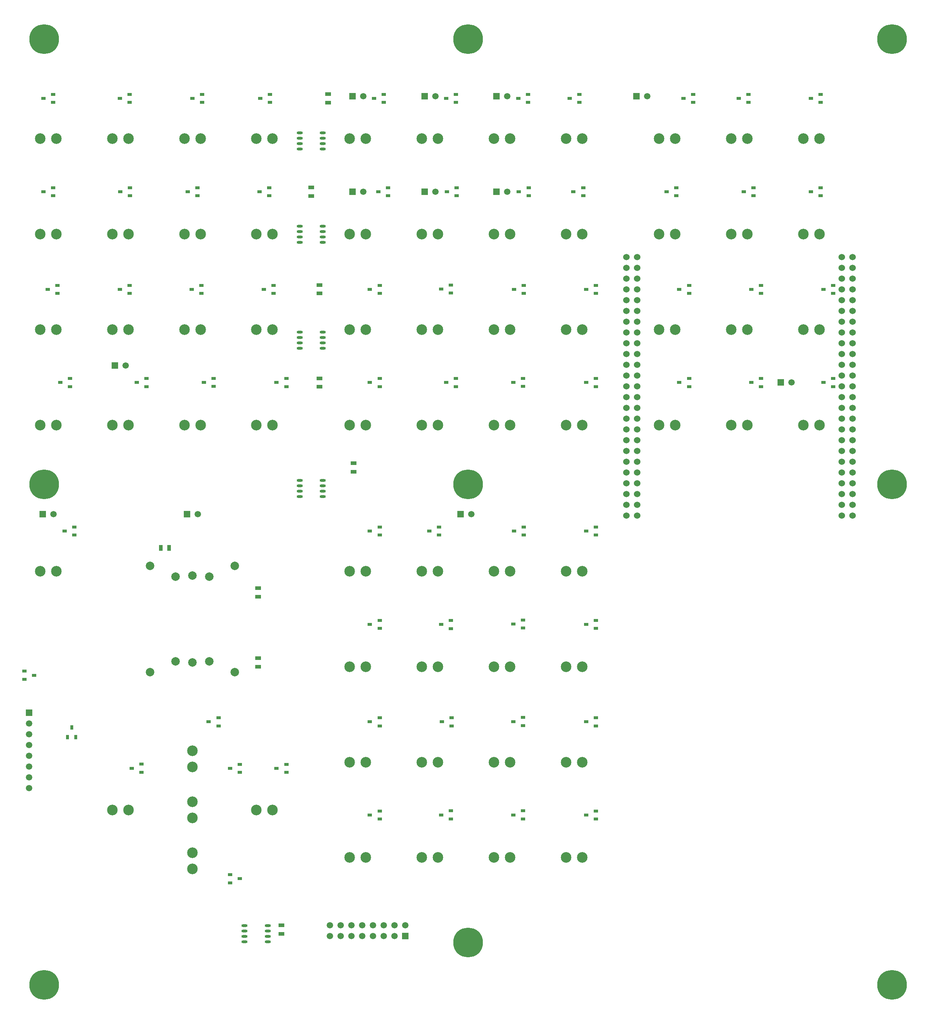
<source format=gbr>
%FSTAX23Y23*%
%MOIN*%
%SFA1B1*%

%IPPOS*%
%ADD10R,0.041339X0.025591*%
%ADD11R,0.025591X0.041339*%
%ADD12R,0.037401X0.055118*%
%ADD13R,0.055118X0.037401*%
%ADD14O,0.057087X0.023622*%
%ADD21C,0.098425*%
%ADD22C,0.059055*%
%ADD23R,0.059055X0.059055*%
%ADD24C,0.060000*%
%ADD25R,0.059055X0.059055*%
%ADD26C,0.078740*%
%ADD27C,0.275590*%
%LNkeyboardmain_pads_top-1*%
%LPD*%
G54D10*
X00171Y03108D03*
Y03033D03*
X00261Y0307D03*
X05478Y01734D03*
Y01809D03*
X05387Y01771D03*
X04803Y01736D03*
Y01811D03*
X04712Y01773D03*
X04133Y01736D03*
Y01811D03*
X04043Y01773D03*
X0347Y01734D03*
Y01809D03*
X03379Y01771D03*
X0208Y01218D03*
Y01143D03*
X02171Y01181D03*
X05478Y026D03*
Y02675D03*
X05387Y02637D03*
X04803Y02602D03*
Y02677D03*
X04712Y02639D03*
X04139Y026D03*
Y02675D03*
X04049Y02637D03*
X0347Y026D03*
Y02675D03*
X03379Y02637D03*
X02604Y02167D03*
Y02242D03*
X02513Y02204D03*
X02171Y02167D03*
Y02242D03*
X0208Y02204D03*
X01259Y02169D03*
Y02244D03*
X01169Y02206D03*
X05478Y03505D03*
Y0358D03*
X05387Y03543D03*
X04803Y03507D03*
Y03582D03*
X04712Y03545D03*
X04133Y03503D03*
Y03578D03*
X04043Y03541D03*
X0347Y03505D03*
Y0358D03*
X03379Y03543D03*
X01974Y026D03*
Y02675D03*
X01883Y02637D03*
X05478Y04372D03*
Y04446D03*
X05387Y04409D03*
X04809Y04372D03*
Y04446D03*
X04718Y04409D03*
X04021Y04372D03*
Y04446D03*
X03931Y04409D03*
X0347Y04372D03*
Y04446D03*
X03379Y04409D03*
X00635Y04372D03*
Y04446D03*
X00545Y04409D03*
X07683Y0575D03*
Y05824D03*
X07592Y05787D03*
X07013Y0575D03*
Y05824D03*
X06923Y05787D03*
X06344Y0575D03*
Y05824D03*
X06253Y05787D03*
X05478Y0575D03*
Y05824D03*
X05387Y05787D03*
X04803Y05751D03*
Y05826D03*
X04712Y05789D03*
X04179Y0575D03*
Y05824D03*
X04088Y05787D03*
X0347Y0575D03*
Y05824D03*
X03379Y05787D03*
X02604Y0575D03*
Y05824D03*
X02513Y05787D03*
X01929Y05751D03*
Y05826D03*
X01838Y05789D03*
X01305Y0575D03*
Y05824D03*
X01214Y05787D03*
X00596Y0575D03*
Y05824D03*
X00505Y05787D03*
X07683Y06616D03*
Y0669D03*
X07592Y06653D03*
X07013Y06616D03*
Y0669D03*
X06923Y06653D03*
X06344Y06616D03*
Y0669D03*
X06253Y06653D03*
X05478Y06616D03*
Y0669D03*
X05387Y06653D03*
X04809Y06616D03*
Y0669D03*
X04718Y06653D03*
X04133Y06618D03*
Y06692D03*
X04043Y06655D03*
X0347Y06616D03*
Y0669D03*
X03379Y06653D03*
X02486Y06616D03*
Y0669D03*
X02395Y06653D03*
X01816Y06616D03*
Y0669D03*
X01726Y06653D03*
X01147Y06616D03*
Y0669D03*
X01057Y06653D03*
X00478Y06616D03*
Y0669D03*
X00387Y06653D03*
X07564Y07521D03*
Y07596D03*
X07474Y07559D03*
X0694Y07521D03*
Y07596D03*
X0685Y07559D03*
X06226Y07521D03*
Y07596D03*
X06135Y07559D03*
X0536Y07521D03*
Y07596D03*
X05269Y07559D03*
X04854Y07521D03*
Y07596D03*
X04763Y07559D03*
X04185Y07521D03*
Y07596D03*
X04094Y07559D03*
X03549Y07521D03*
Y07596D03*
X03458Y07559D03*
X02446Y07521D03*
Y07596D03*
X02356Y07559D03*
X01777Y07521D03*
Y07596D03*
X01687Y07559D03*
X01153Y07521D03*
Y07596D03*
X01062Y07559D03*
X00438Y07521D03*
Y07596D03*
X00348Y07559D03*
X07564Y08387D03*
Y08462D03*
X07474Y08425D03*
X06895Y08387D03*
Y08462D03*
X06805Y08425D03*
X06383Y08387D03*
Y08462D03*
X06293Y08425D03*
X05326Y08387D03*
Y08462D03*
X05236Y08425D03*
X04848Y08387D03*
Y08462D03*
X04757Y08425D03*
X04179Y08387D03*
Y08462D03*
X04088Y08425D03*
X03509Y08387D03*
Y08462D03*
X03419Y08425D03*
X02452Y08387D03*
Y08462D03*
X02362Y08425D03*
X01822Y08387D03*
Y08462D03*
X01732Y08425D03*
X01147Y08387D03*
Y08462D03*
X01057Y08425D03*
X00438Y08387D03*
Y08462D03*
X00348Y08425D03*
G54D11*
X00572Y02494D03*
X00647D03*
X0061Y02584D03*
G54D12*
X01437Y04251D03*
X01515D03*
G54D13*
X02342Y03799D03*
Y03877D03*
Y03228D03*
Y03149D03*
X02559Y00748D03*
Y00669D03*
X02913Y05826D03*
Y05748D03*
Y06692D03*
Y06614D03*
X02834Y07598D03*
Y07519D03*
X02992Y08464D03*
Y08385D03*
X03228Y0496D03*
Y05039D03*
G54D14*
X0243Y00594D03*
Y00644D03*
Y00694D03*
Y00744D03*
X02215Y00594D03*
Y00644D03*
Y00694D03*
Y00744D03*
X02941Y04728D03*
Y04778D03*
Y04828D03*
Y04878D03*
X02727Y04728D03*
Y04778D03*
Y04828D03*
Y04878D03*
X02941Y06106D03*
Y06156D03*
Y06206D03*
Y06256D03*
X02727Y06106D03*
Y06156D03*
Y06206D03*
Y06256D03*
X02941Y0709D03*
Y0714D03*
Y0719D03*
Y0724D03*
X02727Y0709D03*
Y0714D03*
Y0719D03*
Y0724D03*
X02941Y07956D03*
Y08006D03*
Y08056D03*
Y08106D03*
X02727Y07956D03*
Y08006D03*
Y08056D03*
Y08106D03*
G54D21*
X06066Y08051D03*
X06216D03*
X07405Y05393D03*
X07555D03*
X01732Y01746D03*
Y01895D03*
X07405Y06279D03*
X07555D03*
X07405Y07165D03*
X07555D03*
X07405Y08051D03*
X07555D03*
X06736Y05393D03*
X06885D03*
X06736Y06279D03*
X06885D03*
X06736Y07165D03*
X06885D03*
X06736Y08051D03*
X06885D03*
X06066Y05393D03*
X06216D03*
X06066Y06279D03*
X06216D03*
X06066Y07165D03*
X06216D03*
X052Y05393D03*
X0535D03*
X04531D03*
X04681D03*
X03862D03*
X04011D03*
X03192D03*
X03342D03*
X052Y06279D03*
X0535D03*
X04531D03*
X04681D03*
X03862D03*
X04011D03*
X03192D03*
X03342D03*
X052Y07165D03*
X0535D03*
X04531D03*
X04681D03*
X03862D03*
X04011D03*
X03192D03*
X03342D03*
X052Y08051D03*
X0535D03*
X04531D03*
X04681D03*
X03862D03*
X04011D03*
X03192D03*
X03342D03*
X052Y04035D03*
X0535D03*
X052Y03149D03*
X0535D03*
X052Y02263D03*
X0535D03*
X052Y01377D03*
X0535D03*
X04531D03*
X04681D03*
X03862D03*
X04011D03*
X04531Y04035D03*
X04681D03*
X03862D03*
X04011D03*
X03192D03*
X03342D03*
X04531Y03149D03*
X04681D03*
X03862D03*
X04011D03*
X03192D03*
X03342D03*
X04531Y02263D03*
X04681D03*
X03862D03*
X04011D03*
X03192D03*
X03342D03*
X03192Y01377D03*
X03342D03*
X01732Y01273D03*
Y01423D03*
Y02218D03*
Y02368D03*
X02326Y0182D03*
X02476D03*
X00988D03*
X01137D03*
X00318Y04035D03*
X00468D03*
X02326Y05393D03*
X02476D03*
X01657D03*
X01807D03*
X00988D03*
X01137D03*
X00318D03*
X00468D03*
X02326Y06279D03*
X02476D03*
X01657D03*
X01807D03*
X00988D03*
X01137D03*
X00318D03*
X00468D03*
X02326Y07165D03*
X02476D03*
X01657D03*
X01807D03*
X00988D03*
X01137D03*
X00318D03*
X00468D03*
X02326Y08051D03*
X02476D03*
X01657D03*
X01807D03*
X00988D03*
X01137D03*
X00318D03*
X00468D03*
G54D22*
X01112Y05944D03*
X03707Y00749D03*
X03607Y00649D03*
Y00749D03*
X03507Y00649D03*
Y00749D03*
X03407Y00649D03*
Y00749D03*
X03307Y00649D03*
Y00749D03*
X03207Y00649D03*
Y00749D03*
X03107Y00649D03*
Y00749D03*
X03007Y00649D03*
Y00749D03*
X00216Y02621D03*
Y02521D03*
Y02421D03*
Y02321D03*
Y02221D03*
Y02121D03*
Y02021D03*
X04321Y04566D03*
X01782D03*
X00443D03*
X07294Y05787D03*
X04656Y07559D03*
X03987D03*
X03317D03*
X05955Y08444D03*
X04656D03*
X03987D03*
X03317D03*
G54D23*
X01012Y05944D03*
X03707Y00649D03*
X04221Y04566D03*
X01682D03*
X00343D03*
X07194Y05787D03*
X04556Y07559D03*
X03887D03*
X03217D03*
X05855Y08444D03*
X04556D03*
X03887D03*
X03217D03*
G54D24*
X07861Y06951D03*
X07761D03*
X07861Y06851D03*
X07761D03*
X07861Y06751D03*
X07761D03*
X07861Y06651D03*
X07761D03*
X07861Y06551D03*
X07761D03*
X07861Y06451D03*
X07761D03*
X07861Y06351D03*
X07761D03*
X07861Y06251D03*
X07761D03*
X07861Y06151D03*
X07761D03*
X07861Y06051D03*
X07761D03*
X07861Y05951D03*
X07761D03*
X07861Y05851D03*
X07761D03*
X07861Y05751D03*
X07761D03*
X07861Y05651D03*
X07761D03*
X07861Y05551D03*
X07761D03*
X07861Y05451D03*
X07761D03*
X07861Y05351D03*
X07761D03*
X07861Y05251D03*
X07761D03*
X07861Y05151D03*
X07761D03*
X07861Y05051D03*
X07761D03*
X07861Y04951D03*
X07761D03*
X07861Y04851D03*
X07761D03*
X07861Y04751D03*
X07761D03*
X07861Y04651D03*
X07761D03*
X07861Y04551D03*
X07761D03*
X05861Y06951D03*
X05761D03*
X05861Y06851D03*
X05761D03*
X05861Y06751D03*
X05761D03*
X05861Y06651D03*
X05761D03*
X05861Y06551D03*
X05761D03*
X05861Y06451D03*
X05761D03*
X05861Y06351D03*
X05761D03*
X05861Y06251D03*
X05761D03*
X05861Y06151D03*
X05761D03*
X05861Y06051D03*
X05761D03*
X05861Y05951D03*
X05761D03*
X05861Y05851D03*
X05761D03*
X05861Y05751D03*
X05761D03*
X05861Y05651D03*
X05761D03*
X05861Y05551D03*
X05761D03*
X05861Y05451D03*
X05761D03*
X05861Y05351D03*
X05761D03*
X05861Y05251D03*
X05761D03*
X05861Y05151D03*
X05761D03*
X05861Y05051D03*
X05761D03*
X05861Y04951D03*
X05761D03*
X05861Y04851D03*
X05761D03*
X05861Y04751D03*
X05761D03*
X05861Y04651D03*
X05761D03*
X05861Y04551D03*
X05761D03*
G54D25*
X00216Y02721D03*
G54D26*
X01889Y03198D03*
X01574D03*
X01889Y03986D03*
X01574D03*
X01732Y03188D03*
Y03996D03*
X02125Y04084D03*
X01338D03*
X02125Y031D03*
X01338D03*
G54D27*
X00354Y08976D03*
Y04842D03*
Y00196D03*
X04291Y08976D03*
Y04842D03*
Y0059D03*
X08228Y00196D03*
Y04842D03*
Y08976D03*
M02*
</source>
